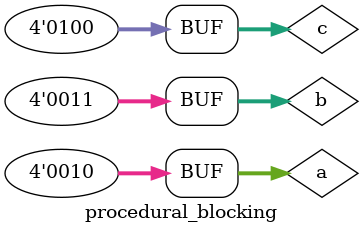
<source format=v>
module procedural_blocking;

reg [3:0]a;
reg [3:0]b;
reg [3:0]c;

  initial
   begin
	
	a<=#2 2;
	
	b<=#3 3;
	
	c<=#4 4;
	
	end
endmodule

</source>
